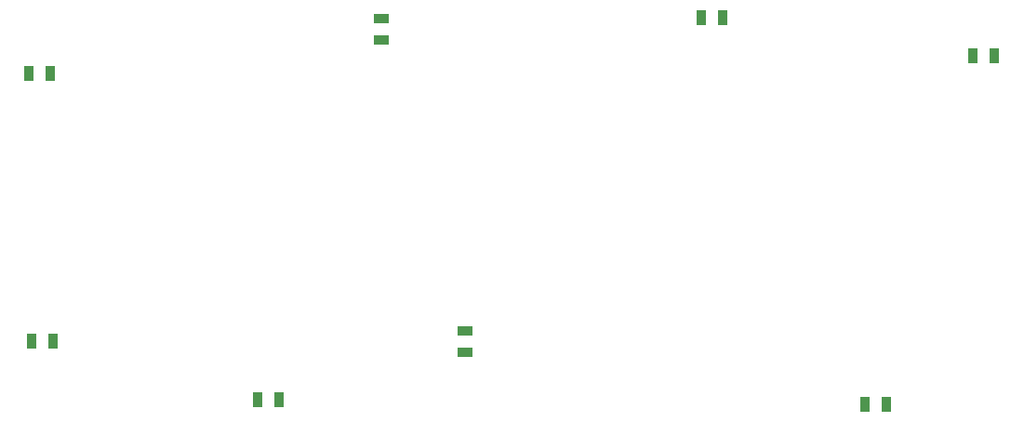
<source format=gtp>
G04*
G04 #@! TF.GenerationSoftware,Altium Limited,Altium Designer,22.8.2 (66)*
G04*
G04 Layer_Color=8421504*
%FSLAX44Y44*%
%MOMM*%
G71*
G04*
G04 #@! TF.SameCoordinates,A88769B3-AE7A-4E98-8DBA-C7F6B74A5C9B*
G04*
G04*
G04 #@! TF.FilePolarity,Positive*
G04*
G01*
G75*
%ADD12R,1.4200X0.8900*%
%ADD13R,0.8900X1.4200*%
D12*
X741680Y-508000D02*
D03*
Y-488600D02*
D03*
X665480Y-203660D02*
D03*
Y-223060D02*
D03*
D13*
X344630Y-254000D02*
D03*
X364030D02*
D03*
X1124760Y-554990D02*
D03*
X1105360D02*
D03*
X1223360Y-237490D02*
D03*
X1203960D02*
D03*
X976170Y-203200D02*
D03*
X956770D02*
D03*
X552910Y-551180D02*
D03*
X572310D02*
D03*
X347170Y-497840D02*
D03*
X366570D02*
D03*
M02*

</source>
